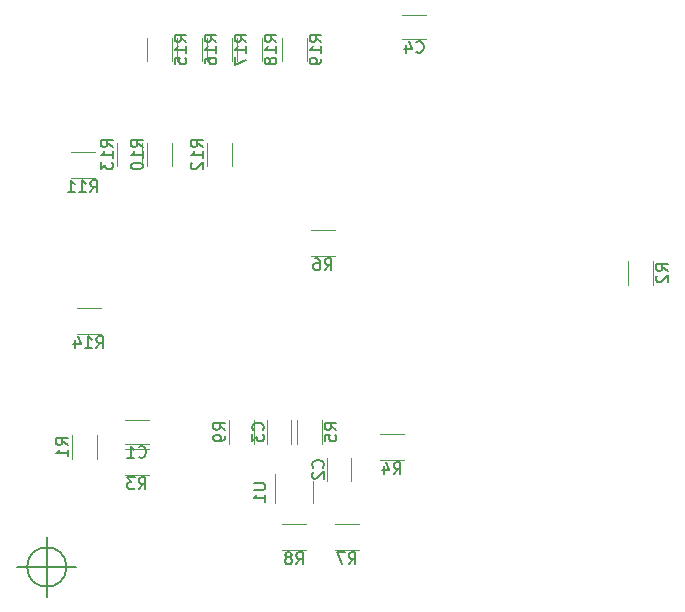
<source format=gbr>
G04 #@! TF.FileFunction,Legend,Bot*
%FSLAX46Y46*%
G04 Gerber Fmt 4.6, Leading zero omitted, Abs format (unit mm)*
G04 Created by KiCad (PCBNEW 4.0.7) date 06/02/18 17:24:57*
%MOMM*%
%LPD*%
G01*
G04 APERTURE LIST*
%ADD10C,0.100000*%
%ADD11C,0.150000*%
%ADD12C,0.120000*%
G04 APERTURE END LIST*
D10*
D11*
X1666666Y0D02*
G75*
G03X1666666Y0I-1666666J0D01*
G01*
X-2500000Y0D02*
X2500000Y0D01*
X0Y2500000D02*
X0Y-2500000D01*
D12*
X4245000Y9160000D02*
X4245000Y11160000D01*
X2105000Y11160000D02*
X2105000Y9160000D01*
X8620000Y10410000D02*
X6620000Y10410000D01*
X6620000Y12450000D02*
X8620000Y12450000D01*
X23745000Y7255000D02*
X23745000Y9255000D01*
X25785000Y9255000D02*
X25785000Y7255000D01*
X18665000Y10430000D02*
X18665000Y12430000D01*
X20705000Y12430000D02*
X20705000Y10430000D01*
X32115000Y44700000D02*
X30115000Y44700000D01*
X30115000Y46740000D02*
X32115000Y46740000D01*
X49222000Y25892000D02*
X49222000Y23892000D01*
X51362000Y23892000D02*
X51362000Y25892000D01*
X8620000Y9960000D02*
X6620000Y9960000D01*
X6620000Y7820000D02*
X8620000Y7820000D01*
X30210000Y11230000D02*
X28210000Y11230000D01*
X28210000Y9090000D02*
X30210000Y9090000D01*
X21155000Y12430000D02*
X21155000Y10430000D01*
X23295000Y10430000D02*
X23295000Y12430000D01*
X24368000Y28502000D02*
X22368000Y28502000D01*
X22368000Y26362000D02*
X24368000Y26362000D01*
X21955000Y3610000D02*
X19955000Y3610000D01*
X19955000Y1470000D02*
X21955000Y1470000D01*
X17580000Y10430000D02*
X17580000Y12430000D01*
X15440000Y12430000D02*
X15440000Y10430000D01*
X10595000Y33925000D02*
X10595000Y35925000D01*
X8455000Y35925000D02*
X8455000Y33925000D01*
X4048000Y35106000D02*
X2048000Y35106000D01*
X2048000Y32966000D02*
X4048000Y32966000D01*
X15675000Y33925000D02*
X15675000Y35925000D01*
X13535000Y35925000D02*
X13535000Y33925000D01*
X8055000Y33925000D02*
X8055000Y35925000D01*
X5915000Y35925000D02*
X5915000Y33925000D01*
X4556000Y21898000D02*
X2556000Y21898000D01*
X2556000Y19758000D02*
X4556000Y19758000D01*
X8455000Y44815000D02*
X8455000Y42815000D01*
X10595000Y42815000D02*
X10595000Y44815000D01*
X10995000Y44815000D02*
X10995000Y42815000D01*
X13135000Y42815000D02*
X13135000Y44815000D01*
X13535000Y44815000D02*
X13535000Y42815000D01*
X15675000Y42815000D02*
X15675000Y44815000D01*
X16075000Y44815000D02*
X16075000Y42815000D01*
X18215000Y42815000D02*
X18215000Y44815000D01*
X19885000Y44815000D02*
X19885000Y42815000D01*
X22025000Y42815000D02*
X22025000Y44815000D01*
X22565000Y7250000D02*
X22565000Y5450000D01*
X19345000Y5450000D02*
X19345000Y7900000D01*
X26400000Y3610000D02*
X24400000Y3610000D01*
X24400000Y1470000D02*
X26400000Y1470000D01*
D11*
X1777381Y10326666D02*
X1301190Y10660000D01*
X1777381Y10898095D02*
X777381Y10898095D01*
X777381Y10517142D01*
X825000Y10421904D01*
X872619Y10374285D01*
X967857Y10326666D01*
X1110714Y10326666D01*
X1205952Y10374285D01*
X1253571Y10421904D01*
X1301190Y10517142D01*
X1301190Y10898095D01*
X1777381Y9374285D02*
X1777381Y9945714D01*
X1777381Y9660000D02*
X777381Y9660000D01*
X920238Y9755238D01*
X1015476Y9850476D01*
X1063095Y9945714D01*
X7786666Y9322857D02*
X7834285Y9275238D01*
X7977142Y9227619D01*
X8072380Y9227619D01*
X8215238Y9275238D01*
X8310476Y9370476D01*
X8358095Y9465714D01*
X8405714Y9656190D01*
X8405714Y9799048D01*
X8358095Y9989524D01*
X8310476Y10084762D01*
X8215238Y10180000D01*
X8072380Y10227619D01*
X7977142Y10227619D01*
X7834285Y10180000D01*
X7786666Y10132381D01*
X6834285Y9227619D02*
X7405714Y9227619D01*
X7120000Y9227619D02*
X7120000Y10227619D01*
X7215238Y10084762D01*
X7310476Y9989524D01*
X7405714Y9941905D01*
X23372143Y8421666D02*
X23419762Y8469285D01*
X23467381Y8612142D01*
X23467381Y8707380D01*
X23419762Y8850238D01*
X23324524Y8945476D01*
X23229286Y8993095D01*
X23038810Y9040714D01*
X22895952Y9040714D01*
X22705476Y8993095D01*
X22610238Y8945476D01*
X22515000Y8850238D01*
X22467381Y8707380D01*
X22467381Y8612142D01*
X22515000Y8469285D01*
X22562619Y8421666D01*
X22562619Y8040714D02*
X22515000Y7993095D01*
X22467381Y7897857D01*
X22467381Y7659761D01*
X22515000Y7564523D01*
X22562619Y7516904D01*
X22657857Y7469285D01*
X22753095Y7469285D01*
X22895952Y7516904D01*
X23467381Y8088333D01*
X23467381Y7469285D01*
X18292143Y11596666D02*
X18339762Y11644285D01*
X18387381Y11787142D01*
X18387381Y11882380D01*
X18339762Y12025238D01*
X18244524Y12120476D01*
X18149286Y12168095D01*
X17958810Y12215714D01*
X17815952Y12215714D01*
X17625476Y12168095D01*
X17530238Y12120476D01*
X17435000Y12025238D01*
X17387381Y11882380D01*
X17387381Y11787142D01*
X17435000Y11644285D01*
X17482619Y11596666D01*
X17387381Y11263333D02*
X17387381Y10644285D01*
X17768333Y10977619D01*
X17768333Y10834761D01*
X17815952Y10739523D01*
X17863571Y10691904D01*
X17958810Y10644285D01*
X18196905Y10644285D01*
X18292143Y10691904D01*
X18339762Y10739523D01*
X18387381Y10834761D01*
X18387381Y11120476D01*
X18339762Y11215714D01*
X18292143Y11263333D01*
X31281666Y43612857D02*
X31329285Y43565238D01*
X31472142Y43517619D01*
X31567380Y43517619D01*
X31710238Y43565238D01*
X31805476Y43660476D01*
X31853095Y43755714D01*
X31900714Y43946190D01*
X31900714Y44089048D01*
X31853095Y44279524D01*
X31805476Y44374762D01*
X31710238Y44470000D01*
X31567380Y44517619D01*
X31472142Y44517619D01*
X31329285Y44470000D01*
X31281666Y44422381D01*
X30424523Y44184286D02*
X30424523Y43517619D01*
X30662619Y44565238D02*
X30900714Y43850952D01*
X30281666Y43850952D01*
X52594381Y25058666D02*
X52118190Y25392000D01*
X52594381Y25630095D02*
X51594381Y25630095D01*
X51594381Y25249142D01*
X51642000Y25153904D01*
X51689619Y25106285D01*
X51784857Y25058666D01*
X51927714Y25058666D01*
X52022952Y25106285D01*
X52070571Y25153904D01*
X52118190Y25249142D01*
X52118190Y25630095D01*
X51689619Y24677714D02*
X51642000Y24630095D01*
X51594381Y24534857D01*
X51594381Y24296761D01*
X51642000Y24201523D01*
X51689619Y24153904D01*
X51784857Y24106285D01*
X51880095Y24106285D01*
X52022952Y24153904D01*
X52594381Y24725333D01*
X52594381Y24106285D01*
X7786666Y6587619D02*
X8120000Y7063810D01*
X8358095Y6587619D02*
X8358095Y7587619D01*
X7977142Y7587619D01*
X7881904Y7540000D01*
X7834285Y7492381D01*
X7786666Y7397143D01*
X7786666Y7254286D01*
X7834285Y7159048D01*
X7881904Y7111429D01*
X7977142Y7063810D01*
X8358095Y7063810D01*
X7453333Y7587619D02*
X6834285Y7587619D01*
X7167619Y7206667D01*
X7024761Y7206667D01*
X6929523Y7159048D01*
X6881904Y7111429D01*
X6834285Y7016190D01*
X6834285Y6778095D01*
X6881904Y6682857D01*
X6929523Y6635238D01*
X7024761Y6587619D01*
X7310476Y6587619D01*
X7405714Y6635238D01*
X7453333Y6682857D01*
X29376666Y7857619D02*
X29710000Y8333810D01*
X29948095Y7857619D02*
X29948095Y8857619D01*
X29567142Y8857619D01*
X29471904Y8810000D01*
X29424285Y8762381D01*
X29376666Y8667143D01*
X29376666Y8524286D01*
X29424285Y8429048D01*
X29471904Y8381429D01*
X29567142Y8333810D01*
X29948095Y8333810D01*
X28519523Y8524286D02*
X28519523Y7857619D01*
X28757619Y8905238D02*
X28995714Y8190952D01*
X28376666Y8190952D01*
X24527381Y11596666D02*
X24051190Y11930000D01*
X24527381Y12168095D02*
X23527381Y12168095D01*
X23527381Y11787142D01*
X23575000Y11691904D01*
X23622619Y11644285D01*
X23717857Y11596666D01*
X23860714Y11596666D01*
X23955952Y11644285D01*
X24003571Y11691904D01*
X24051190Y11787142D01*
X24051190Y12168095D01*
X23527381Y10691904D02*
X23527381Y11168095D01*
X24003571Y11215714D01*
X23955952Y11168095D01*
X23908333Y11072857D01*
X23908333Y10834761D01*
X23955952Y10739523D01*
X24003571Y10691904D01*
X24098810Y10644285D01*
X24336905Y10644285D01*
X24432143Y10691904D01*
X24479762Y10739523D01*
X24527381Y10834761D01*
X24527381Y11072857D01*
X24479762Y11168095D01*
X24432143Y11215714D01*
X23534666Y25129619D02*
X23868000Y25605810D01*
X24106095Y25129619D02*
X24106095Y26129619D01*
X23725142Y26129619D01*
X23629904Y26082000D01*
X23582285Y26034381D01*
X23534666Y25939143D01*
X23534666Y25796286D01*
X23582285Y25701048D01*
X23629904Y25653429D01*
X23725142Y25605810D01*
X24106095Y25605810D01*
X22677523Y26129619D02*
X22868000Y26129619D01*
X22963238Y26082000D01*
X23010857Y26034381D01*
X23106095Y25891524D01*
X23153714Y25701048D01*
X23153714Y25320095D01*
X23106095Y25224857D01*
X23058476Y25177238D01*
X22963238Y25129619D01*
X22772761Y25129619D01*
X22677523Y25177238D01*
X22629904Y25224857D01*
X22582285Y25320095D01*
X22582285Y25558190D01*
X22629904Y25653429D01*
X22677523Y25701048D01*
X22772761Y25748667D01*
X22963238Y25748667D01*
X23058476Y25701048D01*
X23106095Y25653429D01*
X23153714Y25558190D01*
X21121666Y237619D02*
X21455000Y713810D01*
X21693095Y237619D02*
X21693095Y1237619D01*
X21312142Y1237619D01*
X21216904Y1190000D01*
X21169285Y1142381D01*
X21121666Y1047143D01*
X21121666Y904286D01*
X21169285Y809048D01*
X21216904Y761429D01*
X21312142Y713810D01*
X21693095Y713810D01*
X20550238Y809048D02*
X20645476Y856667D01*
X20693095Y904286D01*
X20740714Y999524D01*
X20740714Y1047143D01*
X20693095Y1142381D01*
X20645476Y1190000D01*
X20550238Y1237619D01*
X20359761Y1237619D01*
X20264523Y1190000D01*
X20216904Y1142381D01*
X20169285Y1047143D01*
X20169285Y999524D01*
X20216904Y904286D01*
X20264523Y856667D01*
X20359761Y809048D01*
X20550238Y809048D01*
X20645476Y761429D01*
X20693095Y713810D01*
X20740714Y618571D01*
X20740714Y428095D01*
X20693095Y332857D01*
X20645476Y285238D01*
X20550238Y237619D01*
X20359761Y237619D01*
X20264523Y285238D01*
X20216904Y332857D01*
X20169285Y428095D01*
X20169285Y618571D01*
X20216904Y713810D01*
X20264523Y761429D01*
X20359761Y809048D01*
X15112381Y11596666D02*
X14636190Y11930000D01*
X15112381Y12168095D02*
X14112381Y12168095D01*
X14112381Y11787142D01*
X14160000Y11691904D01*
X14207619Y11644285D01*
X14302857Y11596666D01*
X14445714Y11596666D01*
X14540952Y11644285D01*
X14588571Y11691904D01*
X14636190Y11787142D01*
X14636190Y12168095D01*
X15112381Y11120476D02*
X15112381Y10930000D01*
X15064762Y10834761D01*
X15017143Y10787142D01*
X14874286Y10691904D01*
X14683810Y10644285D01*
X14302857Y10644285D01*
X14207619Y10691904D01*
X14160000Y10739523D01*
X14112381Y10834761D01*
X14112381Y11025238D01*
X14160000Y11120476D01*
X14207619Y11168095D01*
X14302857Y11215714D01*
X14540952Y11215714D01*
X14636190Y11168095D01*
X14683810Y11120476D01*
X14731429Y11025238D01*
X14731429Y10834761D01*
X14683810Y10739523D01*
X14636190Y10691904D01*
X14540952Y10644285D01*
X8127381Y35567857D02*
X7651190Y35901191D01*
X8127381Y36139286D02*
X7127381Y36139286D01*
X7127381Y35758333D01*
X7175000Y35663095D01*
X7222619Y35615476D01*
X7317857Y35567857D01*
X7460714Y35567857D01*
X7555952Y35615476D01*
X7603571Y35663095D01*
X7651190Y35758333D01*
X7651190Y36139286D01*
X8127381Y34615476D02*
X8127381Y35186905D01*
X8127381Y34901191D02*
X7127381Y34901191D01*
X7270238Y34996429D01*
X7365476Y35091667D01*
X7413095Y35186905D01*
X7127381Y33996429D02*
X7127381Y33901190D01*
X7175000Y33805952D01*
X7222619Y33758333D01*
X7317857Y33710714D01*
X7508333Y33663095D01*
X7746429Y33663095D01*
X7936905Y33710714D01*
X8032143Y33758333D01*
X8079762Y33805952D01*
X8127381Y33901190D01*
X8127381Y33996429D01*
X8079762Y34091667D01*
X8032143Y34139286D01*
X7936905Y34186905D01*
X7746429Y34234524D01*
X7508333Y34234524D01*
X7317857Y34186905D01*
X7222619Y34139286D01*
X7175000Y34091667D01*
X7127381Y33996429D01*
X3690857Y31733619D02*
X4024191Y32209810D01*
X4262286Y31733619D02*
X4262286Y32733619D01*
X3881333Y32733619D01*
X3786095Y32686000D01*
X3738476Y32638381D01*
X3690857Y32543143D01*
X3690857Y32400286D01*
X3738476Y32305048D01*
X3786095Y32257429D01*
X3881333Y32209810D01*
X4262286Y32209810D01*
X2738476Y31733619D02*
X3309905Y31733619D01*
X3024191Y31733619D02*
X3024191Y32733619D01*
X3119429Y32590762D01*
X3214667Y32495524D01*
X3309905Y32447905D01*
X1786095Y31733619D02*
X2357524Y31733619D01*
X2071810Y31733619D02*
X2071810Y32733619D01*
X2167048Y32590762D01*
X2262286Y32495524D01*
X2357524Y32447905D01*
X13207381Y35567857D02*
X12731190Y35901191D01*
X13207381Y36139286D02*
X12207381Y36139286D01*
X12207381Y35758333D01*
X12255000Y35663095D01*
X12302619Y35615476D01*
X12397857Y35567857D01*
X12540714Y35567857D01*
X12635952Y35615476D01*
X12683571Y35663095D01*
X12731190Y35758333D01*
X12731190Y36139286D01*
X13207381Y34615476D02*
X13207381Y35186905D01*
X13207381Y34901191D02*
X12207381Y34901191D01*
X12350238Y34996429D01*
X12445476Y35091667D01*
X12493095Y35186905D01*
X12302619Y34234524D02*
X12255000Y34186905D01*
X12207381Y34091667D01*
X12207381Y33853571D01*
X12255000Y33758333D01*
X12302619Y33710714D01*
X12397857Y33663095D01*
X12493095Y33663095D01*
X12635952Y33710714D01*
X13207381Y34282143D01*
X13207381Y33663095D01*
X5587381Y35567857D02*
X5111190Y35901191D01*
X5587381Y36139286D02*
X4587381Y36139286D01*
X4587381Y35758333D01*
X4635000Y35663095D01*
X4682619Y35615476D01*
X4777857Y35567857D01*
X4920714Y35567857D01*
X5015952Y35615476D01*
X5063571Y35663095D01*
X5111190Y35758333D01*
X5111190Y36139286D01*
X5587381Y34615476D02*
X5587381Y35186905D01*
X5587381Y34901191D02*
X4587381Y34901191D01*
X4730238Y34996429D01*
X4825476Y35091667D01*
X4873095Y35186905D01*
X4587381Y34282143D02*
X4587381Y33663095D01*
X4968333Y33996429D01*
X4968333Y33853571D01*
X5015952Y33758333D01*
X5063571Y33710714D01*
X5158810Y33663095D01*
X5396905Y33663095D01*
X5492143Y33710714D01*
X5539762Y33758333D01*
X5587381Y33853571D01*
X5587381Y34139286D01*
X5539762Y34234524D01*
X5492143Y34282143D01*
X4198857Y18525619D02*
X4532191Y19001810D01*
X4770286Y18525619D02*
X4770286Y19525619D01*
X4389333Y19525619D01*
X4294095Y19478000D01*
X4246476Y19430381D01*
X4198857Y19335143D01*
X4198857Y19192286D01*
X4246476Y19097048D01*
X4294095Y19049429D01*
X4389333Y19001810D01*
X4770286Y19001810D01*
X3246476Y18525619D02*
X3817905Y18525619D01*
X3532191Y18525619D02*
X3532191Y19525619D01*
X3627429Y19382762D01*
X3722667Y19287524D01*
X3817905Y19239905D01*
X2389333Y19192286D02*
X2389333Y18525619D01*
X2627429Y19573238D02*
X2865524Y18858952D01*
X2246476Y18858952D01*
X11827381Y44457857D02*
X11351190Y44791191D01*
X11827381Y45029286D02*
X10827381Y45029286D01*
X10827381Y44648333D01*
X10875000Y44553095D01*
X10922619Y44505476D01*
X11017857Y44457857D01*
X11160714Y44457857D01*
X11255952Y44505476D01*
X11303571Y44553095D01*
X11351190Y44648333D01*
X11351190Y45029286D01*
X11827381Y43505476D02*
X11827381Y44076905D01*
X11827381Y43791191D02*
X10827381Y43791191D01*
X10970238Y43886429D01*
X11065476Y43981667D01*
X11113095Y44076905D01*
X10827381Y42600714D02*
X10827381Y43076905D01*
X11303571Y43124524D01*
X11255952Y43076905D01*
X11208333Y42981667D01*
X11208333Y42743571D01*
X11255952Y42648333D01*
X11303571Y42600714D01*
X11398810Y42553095D01*
X11636905Y42553095D01*
X11732143Y42600714D01*
X11779762Y42648333D01*
X11827381Y42743571D01*
X11827381Y42981667D01*
X11779762Y43076905D01*
X11732143Y43124524D01*
X14367381Y44457857D02*
X13891190Y44791191D01*
X14367381Y45029286D02*
X13367381Y45029286D01*
X13367381Y44648333D01*
X13415000Y44553095D01*
X13462619Y44505476D01*
X13557857Y44457857D01*
X13700714Y44457857D01*
X13795952Y44505476D01*
X13843571Y44553095D01*
X13891190Y44648333D01*
X13891190Y45029286D01*
X14367381Y43505476D02*
X14367381Y44076905D01*
X14367381Y43791191D02*
X13367381Y43791191D01*
X13510238Y43886429D01*
X13605476Y43981667D01*
X13653095Y44076905D01*
X13367381Y42648333D02*
X13367381Y42838810D01*
X13415000Y42934048D01*
X13462619Y42981667D01*
X13605476Y43076905D01*
X13795952Y43124524D01*
X14176905Y43124524D01*
X14272143Y43076905D01*
X14319762Y43029286D01*
X14367381Y42934048D01*
X14367381Y42743571D01*
X14319762Y42648333D01*
X14272143Y42600714D01*
X14176905Y42553095D01*
X13938810Y42553095D01*
X13843571Y42600714D01*
X13795952Y42648333D01*
X13748333Y42743571D01*
X13748333Y42934048D01*
X13795952Y43029286D01*
X13843571Y43076905D01*
X13938810Y43124524D01*
X16907381Y44457857D02*
X16431190Y44791191D01*
X16907381Y45029286D02*
X15907381Y45029286D01*
X15907381Y44648333D01*
X15955000Y44553095D01*
X16002619Y44505476D01*
X16097857Y44457857D01*
X16240714Y44457857D01*
X16335952Y44505476D01*
X16383571Y44553095D01*
X16431190Y44648333D01*
X16431190Y45029286D01*
X16907381Y43505476D02*
X16907381Y44076905D01*
X16907381Y43791191D02*
X15907381Y43791191D01*
X16050238Y43886429D01*
X16145476Y43981667D01*
X16193095Y44076905D01*
X15907381Y43172143D02*
X15907381Y42505476D01*
X16907381Y42934048D01*
X19447381Y44457857D02*
X18971190Y44791191D01*
X19447381Y45029286D02*
X18447381Y45029286D01*
X18447381Y44648333D01*
X18495000Y44553095D01*
X18542619Y44505476D01*
X18637857Y44457857D01*
X18780714Y44457857D01*
X18875952Y44505476D01*
X18923571Y44553095D01*
X18971190Y44648333D01*
X18971190Y45029286D01*
X19447381Y43505476D02*
X19447381Y44076905D01*
X19447381Y43791191D02*
X18447381Y43791191D01*
X18590238Y43886429D01*
X18685476Y43981667D01*
X18733095Y44076905D01*
X18875952Y42934048D02*
X18828333Y43029286D01*
X18780714Y43076905D01*
X18685476Y43124524D01*
X18637857Y43124524D01*
X18542619Y43076905D01*
X18495000Y43029286D01*
X18447381Y42934048D01*
X18447381Y42743571D01*
X18495000Y42648333D01*
X18542619Y42600714D01*
X18637857Y42553095D01*
X18685476Y42553095D01*
X18780714Y42600714D01*
X18828333Y42648333D01*
X18875952Y42743571D01*
X18875952Y42934048D01*
X18923571Y43029286D01*
X18971190Y43076905D01*
X19066429Y43124524D01*
X19256905Y43124524D01*
X19352143Y43076905D01*
X19399762Y43029286D01*
X19447381Y42934048D01*
X19447381Y42743571D01*
X19399762Y42648333D01*
X19352143Y42600714D01*
X19256905Y42553095D01*
X19066429Y42553095D01*
X18971190Y42600714D01*
X18923571Y42648333D01*
X18875952Y42743571D01*
X23257381Y44457857D02*
X22781190Y44791191D01*
X23257381Y45029286D02*
X22257381Y45029286D01*
X22257381Y44648333D01*
X22305000Y44553095D01*
X22352619Y44505476D01*
X22447857Y44457857D01*
X22590714Y44457857D01*
X22685952Y44505476D01*
X22733571Y44553095D01*
X22781190Y44648333D01*
X22781190Y45029286D01*
X23257381Y43505476D02*
X23257381Y44076905D01*
X23257381Y43791191D02*
X22257381Y43791191D01*
X22400238Y43886429D01*
X22495476Y43981667D01*
X22543095Y44076905D01*
X23257381Y43029286D02*
X23257381Y42838810D01*
X23209762Y42743571D01*
X23162143Y42695952D01*
X23019286Y42600714D01*
X22828810Y42553095D01*
X22447857Y42553095D01*
X22352619Y42600714D01*
X22305000Y42648333D01*
X22257381Y42743571D01*
X22257381Y42934048D01*
X22305000Y43029286D01*
X22352619Y43076905D01*
X22447857Y43124524D01*
X22685952Y43124524D01*
X22781190Y43076905D01*
X22828810Y43029286D01*
X22876429Y42934048D01*
X22876429Y42743571D01*
X22828810Y42648333D01*
X22781190Y42600714D01*
X22685952Y42553095D01*
X17507381Y7111905D02*
X18316905Y7111905D01*
X18412143Y7064286D01*
X18459762Y7016667D01*
X18507381Y6921429D01*
X18507381Y6730952D01*
X18459762Y6635714D01*
X18412143Y6588095D01*
X18316905Y6540476D01*
X17507381Y6540476D01*
X18507381Y5540476D02*
X18507381Y6111905D01*
X18507381Y5826191D02*
X17507381Y5826191D01*
X17650238Y5921429D01*
X17745476Y6016667D01*
X17793095Y6111905D01*
X25566666Y237619D02*
X25900000Y713810D01*
X26138095Y237619D02*
X26138095Y1237619D01*
X25757142Y1237619D01*
X25661904Y1190000D01*
X25614285Y1142381D01*
X25566666Y1047143D01*
X25566666Y904286D01*
X25614285Y809048D01*
X25661904Y761429D01*
X25757142Y713810D01*
X26138095Y713810D01*
X25233333Y1237619D02*
X24566666Y1237619D01*
X24995238Y237619D01*
M02*

</source>
